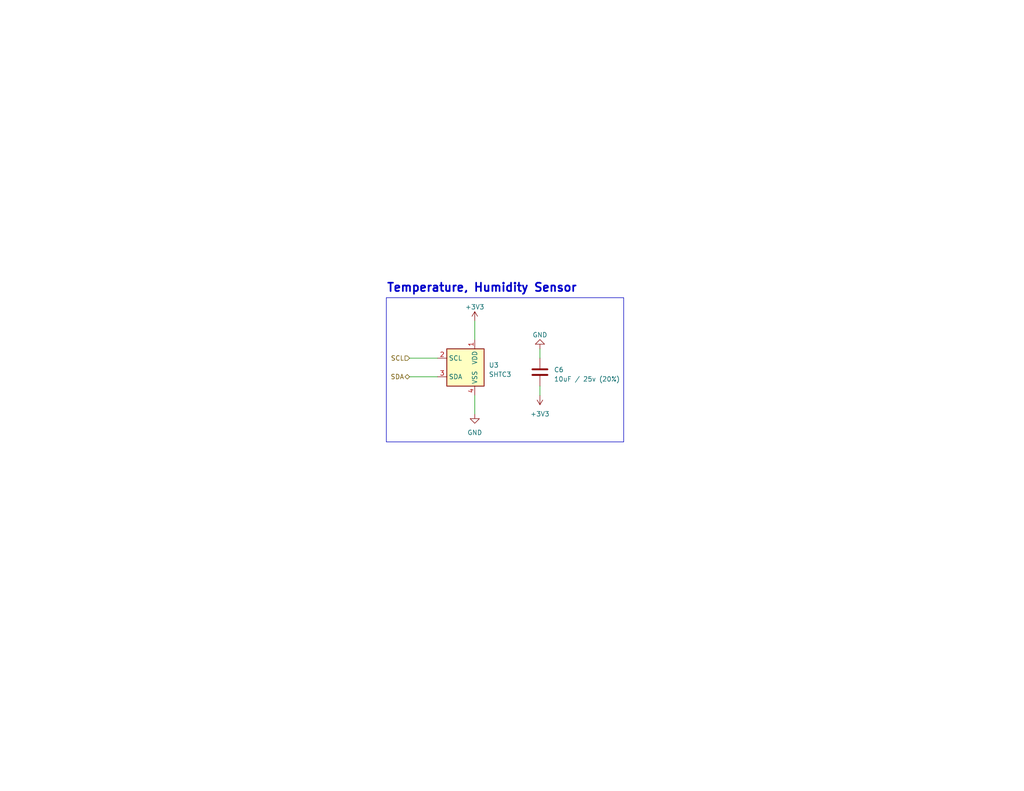
<source format=kicad_sch>
(kicad_sch (version 20230121) (generator eeschema)
  (paper "USLetter")
  (title_block (title "Kwartzlab Environmental Sensor") (date "2023-03-24") (rev "1") (company "Created By: Erin Reed (FireLabs - www.firelabs.ca)"))
  (lib_symbols
    (symbol "Device:C" (pin_numbers hide) (pin_names (offset 0.254))
      (property "Reference" "C" (at 0.635 2.54 0))
      (property "Value" "C" (at 0.635 -2.54 0))
      (symbol "C_0_1"
        (polyline (pts (xy -2.032 -0.762) (xy 2.032 -0.762)) (stroke (width 0.508)))
        (polyline (pts (xy -2.032 0.762) (xy 2.032 0.762)) (stroke (width 0.508)))
      )
      (symbol "C_1_1"
        (pin passive line (at 0 3.81 270) (length 2.794) (name "~") (number "1"))
        (pin passive line (at 0 -3.81 90) (length 2.794) (name "~") (number "2"))
      )
    )
    (symbol "Sensor_Humidity:SHTC3"
      (property "Reference" "U" (at -3.81 6.35 0))
      (property "Value" "SHTC3" (at -2.54 -6.35 0))
      (symbol "SHTC3_1_1"
        (rectangle (start -5.08 5.08) (end 5.08 -5.08) (stroke (width 0.254)) (fill (type background)))
        (pin power_in line (at 2.54 7.62 270) (length 2.54) (name "VDD") (number "1"))
        (pin input line (at -7.62 2.54 0) (length 2.54) (name "SCL") (number "2"))
        (pin bidirectional line (at -7.62 -2.54 0) (length 2.54) (name "SDA") (number "3"))
        (pin power_in line (at 2.54 -7.62 90) (length 2.54) (name "VSS") (number "4"))
        (pin no_connect line (at 5.08 0 180) (length 2.54) hide (name "NC") (number "5"))
      )
    )
    (symbol "power:+3V3" (power) (pin_names (offset 0))
      (property "Value" "+3V3" (at 0 3.556 0))
      (symbol "+3V3_0_1"
        (polyline (pts (xy -0.762 1.27) (xy 0 2.54)))
        (polyline (pts (xy 0 0) (xy 0 2.54)))
        (polyline (pts (xy 0 2.54) (xy 0.762 1.27)))
      )
      (symbol "+3V3_1_1"
        (pin power_in line (at 0 0 90) (length 0) hide (name "+3V3") (number "1"))
      )
    )
    (symbol "power:GND" (power) (pin_names (offset 0))
      (property "Value" "GND" (at 0 -3.81 0))
      (symbol "GND_0_1"
        (polyline (pts (xy 0 0) (xy 0 -1.27) (xy 1.27 -1.27) (xy 0 -2.54) (xy -1.27 -1.27) (xy 0 -1.27)))
      )
      (symbol "GND_1_1"
        (pin power_in line (at 0 0 270) (length 0) hide (name "GND") (number "1"))
      )
    )
  )
  (wire (pts (xy 111.76 97.79) (xy 119.38 97.79)))
  (wire (pts (xy 111.76 102.87) (xy 119.38 102.87)))
  (wire (pts (xy 147.32 105.41) (xy 147.32 107.95)))
  (wire (pts (xy 129.54 107.95) (xy 129.54 113.03)))
  (wire (pts (xy 129.54 87.63) (xy 129.54 92.71)))
  (wire (pts (xy 147.32 95.25) (xy 147.32 97.79)))
  (rectangle (start 105.41 81.28) (end 170.18 120.65))
  (text "Temperature, Humidity Sensor" (at 105.41 80.01 0) (effects (font (size 2.27 2.27) (thickness 0.454) bold) (justify left bottom)))
  (hierarchical_label "SCL" (shape input) (at 111.76 97.79 180))
  (hierarchical_label "SDA" (shape bidirectional) (at 111.76 102.87 180))
  (symbol (lib_id "power:+3V3") (at 129.54 87.63 0) (unit 1)
    (property "Reference" "#PWR031" (effects hide))
    (property "Value" "+3V3" (at 129.54 83.82 0))
  )
  (symbol (lib_id "power:+3V3") (at 147.32 107.95 180) (unit 1)
    (property "Reference" "#PWR034" (effects hide))
    (property "Value" "+3V3" (at 147.32 113.03 0))
  )
  (symbol (lib_id "power:GND") (at 147.32 95.25 180) (unit 1)
    (property "Reference" "#PWR014" (effects hide))
    (property "Value" "GND" (at 147.32 91.44 0))
    (instances (project "KwartzLab-SensorBoard-Rev1" (path "" (reference "#PWR014") (unit 1)) (path "" (reference "#PWR051") (unit 1)) (path "" (reference "#PWR033") (unit 1))) (project "connector_usb_c" (path "" (reference "#PWR01") (unit 1))))
  )
  (symbol (lib_id "power:GND") (at 129.54 113.03 0) (unit 1)
    (property "Reference" "#PWR032" (effects hide))
    (property "Value" "GND" (at 129.54 118.11 0))
  )
  (symbol (lib_id "Device:C") (at 147.32 101.6 180) (unit 1)
    (property "Reference" "C6" (at 151.13 100.965 0) (effects (justify right)))
    (property "Value" "10uF / 25v (20%)" (at 151.13 103.505 0) (effects (justify right)))
    (property "Footprint" "Capacitor_SMD:C_0603_1608Metric" (effects hide))
    (property "Datasheet" "https://media.digikey.com/pdf/Data%20Sheets/Samsung%20PDFs/CL10A106MA8NRNC_Spec.pdf" (effects hide))
    (property "DigiKey" "1276-1869-1-ND" (effects hide))
    (instances (project "KwartzLab-SensorBoard-Rev1" (path "" (reference "C6") (unit 1)) (path "" (reference "C?") (unit 1)) (path "" (reference "C10") (unit 1))) (project "connector_usb_c" (path "" (reference "C1") (unit 1))))
  )
  (symbol (lib_id "Sensor_Humidity:SHTC3") (at 127 100.33 0) (unit 1)
    (property "Reference" "U3" (at 133.35 99.695 0) (effects (justify left)))
    (property "Value" "SHTC3" (at 133.35 102.235 0) (effects (justify left)))
    (property "Footprint" "Sensor_Humidity:Sensirion_DFN-4-1EP_2x2mm_P1mm_EP0.7x1.6mm" (effects hide))
    (property "Datasheet" "https://www.sensirion.com/fileadmin/user_upload/customers/sensirion/Dokumente/0_Datasheets/Humidity/Sensirion_Humidity_Sensors_SHTC3_Datasheet.pdf" (effects hide))
  )
)
</source>
